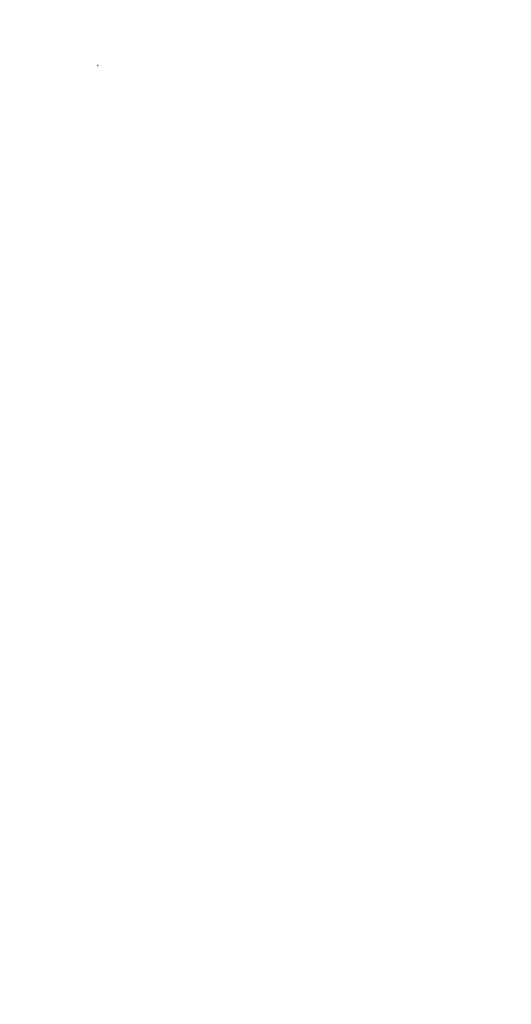
<source format=gbr>
%TF.GenerationSoftware,Altium Limited,Altium Designer,22.5.1 (42)*%
G04 Layer_Color=0*
%FSLAX26Y26*%
%MOIN*%
%TF.SameCoordinates,79F18A81-A5BF-4171-AD75-6FA3A7A6B408*%
%TF.FilePolarity,Positive*%
%TF.FileFunction,Plated,3,8,Blind,Drill*%
%TF.Part,Single*%
G01*
G75*
%TA.AperFunction,ViaDrill,NotFilled*%
%ADD167C,0.003937*%
%ADD169C,0.007874*%
%ADD171C,0.005906*%
D167*
X9542323Y4173228D02*
D03*
X9500984D02*
D03*
X9521654D02*
D03*
X9480315D02*
D03*
X8703740Y4734252D02*
D03*
X8270669D02*
D03*
X7798228D02*
D03*
X7365158D02*
D03*
X8215551Y8500984D02*
D03*
X8199803D02*
D03*
X8041339Y8280512D02*
D03*
X8021654D02*
D03*
X8001969D02*
D03*
X8776575Y4104331D02*
D03*
Y4084646D02*
D03*
Y4261811D02*
D03*
Y4242126D02*
D03*
X8850394Y4281848D02*
D03*
Y4299761D02*
D03*
X8916339Y4281848D02*
D03*
Y4299761D02*
D03*
X8343504Y4104331D02*
D03*
Y4084646D02*
D03*
Y4261811D02*
D03*
Y4242126D02*
D03*
X8417323Y4281848D02*
D03*
Y4299761D02*
D03*
X8483268Y4281848D02*
D03*
Y4299761D02*
D03*
X7871063Y4104331D02*
D03*
Y4084646D02*
D03*
Y4261811D02*
D03*
Y4242126D02*
D03*
X7944882Y4281848D02*
D03*
Y4299761D02*
D03*
X8010827Y4281848D02*
D03*
Y4299761D02*
D03*
X7577756D02*
D03*
Y4281848D02*
D03*
X7511811Y4299761D02*
D03*
Y4281848D02*
D03*
X7437992Y4242126D02*
D03*
Y4261811D02*
D03*
Y4084646D02*
D03*
Y4104331D02*
D03*
X8703740Y4832677D02*
D03*
Y4852362D02*
D03*
Y4675197D02*
D03*
Y4694882D02*
D03*
X8589469Y5395669D02*
D03*
X8607382D02*
D03*
X8643701D02*
D03*
X8661614D02*
D03*
X8270669Y4832677D02*
D03*
Y4852362D02*
D03*
Y4675197D02*
D03*
Y4694882D02*
D03*
X8156398Y5395669D02*
D03*
X8174311D02*
D03*
X8210630D02*
D03*
X8228543D02*
D03*
X7798228Y4832677D02*
D03*
Y4852362D02*
D03*
Y4675197D02*
D03*
Y4694882D02*
D03*
X7683957Y5395669D02*
D03*
X7701870D02*
D03*
X7738189D02*
D03*
X7756103D02*
D03*
X7323032D02*
D03*
X7305118D02*
D03*
X7268799D02*
D03*
X7250886D02*
D03*
X7365158Y4694882D02*
D03*
Y4675197D02*
D03*
Y4852362D02*
D03*
Y4832677D02*
D03*
D169*
X7635827Y8314961D02*
D03*
D171*
X7757874Y4714567D02*
D03*
Y4812992D02*
D03*
X7324803Y4714567D02*
D03*
Y4812992D02*
D03*
X8230315Y4714567D02*
D03*
Y4812992D02*
D03*
X8663386D02*
D03*
Y4714567D02*
D03*
%TF.MD5,fb47a58f26e6de15b0ae5e9e4b11e342*%
M02*

</source>
